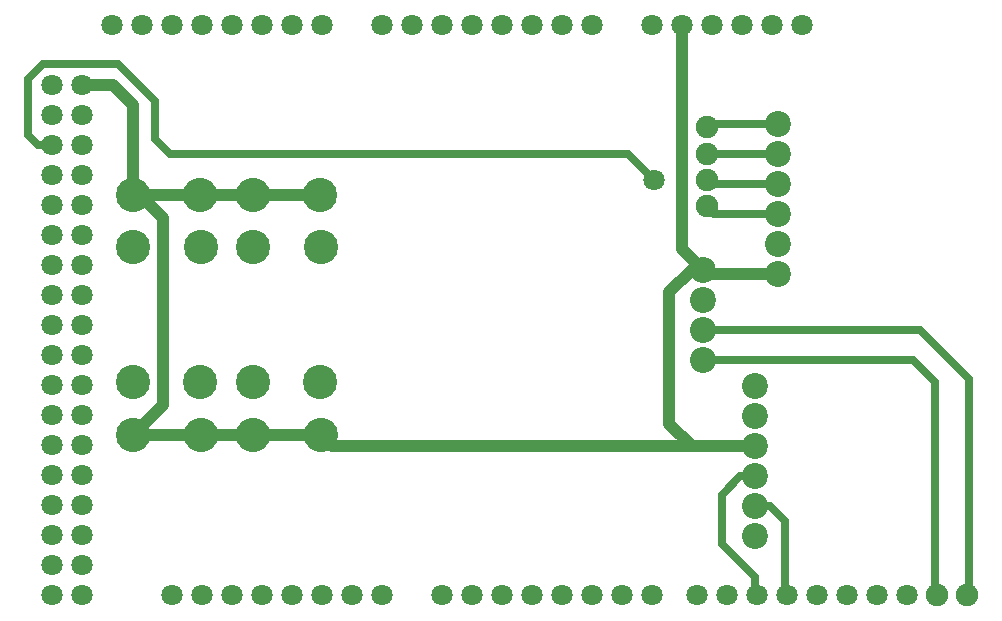
<source format=gbr>
%FSLAX34Y34*%
%MOMM*%
%LNSILK_TOP*%
G71*
G01*
%ADD10C, 1.80*%
%ADD11C, 1.90*%
%ADD12C, 2.20*%
%ADD13C, 2.90*%
%ADD14C, 0.70*%
%ADD15C, 1.00*%
%LPD*%
X34925Y717549D02*
G54D10*
D03*
X60325Y717549D02*
G54D10*
D03*
X34925Y742949D02*
G54D10*
D03*
X60324Y742949D02*
G54D10*
D03*
X34925Y768349D02*
G54D10*
D03*
X60325Y768349D02*
G54D10*
D03*
X34925Y793749D02*
G54D10*
D03*
X60325Y793749D02*
G54D10*
D03*
X34925Y819149D02*
G54D10*
D03*
X60325Y819149D02*
G54D10*
D03*
X34925Y844549D02*
G54D10*
D03*
X60325Y844549D02*
G54D10*
D03*
X34925Y869949D02*
G54D10*
D03*
X60325Y869949D02*
G54D10*
D03*
X34925Y920749D02*
G54D10*
D03*
X60325Y920749D02*
G54D10*
D03*
X34925Y615949D02*
G54D10*
D03*
X60325Y615949D02*
G54D10*
D03*
X34925Y641349D02*
G54D10*
D03*
X60325Y641349D02*
G54D10*
D03*
X34925Y666749D02*
G54D10*
D03*
X60325Y666749D02*
G54D10*
D03*
X34925Y692149D02*
G54D10*
D03*
X60325Y692149D02*
G54D10*
D03*
X34925Y514349D02*
G54D10*
D03*
X60325Y514349D02*
G54D10*
D03*
X34925Y539749D02*
G54D10*
D03*
X60325Y539749D02*
G54D10*
D03*
X34925Y565149D02*
G54D10*
D03*
X60325Y565149D02*
G54D10*
D03*
X34925Y590549D02*
G54D10*
D03*
X60325Y590549D02*
G54D10*
D03*
X238125Y488949D02*
G54D10*
D03*
X263525Y488949D02*
G54D10*
D03*
X288925Y488949D02*
G54D10*
D03*
X314325Y488949D02*
G54D10*
D03*
X136525Y488949D02*
G54D10*
D03*
X161925Y488949D02*
G54D10*
D03*
X187325Y488949D02*
G54D10*
D03*
X212725Y488949D02*
G54D10*
D03*
X187325Y971549D02*
G54D10*
D03*
X212725Y971549D02*
G54D10*
D03*
X238125Y971549D02*
G54D10*
D03*
X263525Y971549D02*
G54D10*
D03*
X85725Y971549D02*
G54D10*
D03*
X111125Y971549D02*
G54D10*
D03*
X136525Y971549D02*
G54D10*
D03*
X161925Y971549D02*
G54D10*
D03*
X466725Y488949D02*
G54D10*
D03*
X492125Y488949D02*
G54D10*
D03*
X517525Y488949D02*
G54D10*
D03*
X542925Y488949D02*
G54D10*
D03*
X365125Y488949D02*
G54D10*
D03*
X390525Y488949D02*
G54D10*
D03*
X415925Y488949D02*
G54D10*
D03*
X441325Y488949D02*
G54D10*
D03*
X682625Y488949D02*
G54D10*
D03*
X708025Y488949D02*
G54D10*
D03*
X733425Y488949D02*
G54D10*
D03*
X758825Y488949D02*
G54D10*
D03*
X581025Y488949D02*
G54D10*
D03*
X606425Y488949D02*
G54D10*
D03*
X631825Y488949D02*
G54D10*
D03*
X657225Y488949D02*
G54D10*
D03*
X415925Y971549D02*
G54D10*
D03*
X441325Y971549D02*
G54D10*
D03*
X466725Y971549D02*
G54D10*
D03*
X492125Y971549D02*
G54D10*
D03*
X314325Y971549D02*
G54D10*
D03*
X339725Y971549D02*
G54D10*
D03*
X365125Y971549D02*
G54D10*
D03*
X390525Y971549D02*
G54D10*
D03*
X644525Y971549D02*
G54D10*
D03*
X669925Y971549D02*
G54D10*
D03*
X542925Y971549D02*
G54D10*
D03*
X568325Y971549D02*
G54D10*
D03*
X593725Y971549D02*
G54D10*
D03*
X619125Y971549D02*
G54D10*
D03*
X34925Y895349D02*
G54D10*
D03*
X60325Y895349D02*
G54D10*
D03*
X34925Y488949D02*
G54D10*
D03*
X60325Y488949D02*
G54D10*
D03*
X784225Y488949D02*
G54D11*
D03*
X809625Y488949D02*
G54D11*
D03*
X586414Y764126D02*
G54D12*
D03*
X586414Y738726D02*
G54D12*
D03*
X586414Y713326D02*
G54D12*
D03*
X586414Y687926D02*
G54D12*
D03*
X262564Y827626D02*
G54D13*
D03*
X262664Y783226D02*
G54D13*
D03*
X205364Y783226D02*
G54D13*
D03*
X205364Y827626D02*
G54D13*
D03*
X262564Y668876D02*
G54D13*
D03*
X262664Y624476D02*
G54D13*
D03*
X205364Y624476D02*
G54D13*
D03*
X205364Y668876D02*
G54D13*
D03*
X160964Y827626D02*
G54D13*
D03*
X161064Y783226D02*
G54D13*
D03*
X103764Y783226D02*
G54D13*
D03*
X103764Y827626D02*
G54D13*
D03*
X160964Y668876D02*
G54D13*
D03*
X161064Y624476D02*
G54D13*
D03*
X103764Y624476D02*
G54D13*
D03*
X103764Y668876D02*
G54D13*
D03*
X630864Y665701D02*
G54D12*
D03*
X630864Y640301D02*
G54D12*
D03*
X630864Y614901D02*
G54D12*
D03*
X630864Y589501D02*
G54D12*
D03*
X630864Y564101D02*
G54D12*
D03*
X630864Y538701D02*
G54D12*
D03*
X649914Y887951D02*
G54D12*
D03*
X649914Y862551D02*
G54D12*
D03*
X649914Y837151D02*
G54D12*
D03*
X649914Y811751D02*
G54D12*
D03*
X649914Y786351D02*
G54D12*
D03*
X649914Y760951D02*
G54D12*
D03*
G54D14*
X586414Y687926D02*
X764214Y687926D01*
X783264Y668876D01*
X783264Y489910D01*
X784225Y488949D01*
G54D14*
X586414Y713326D02*
X770564Y713326D01*
X811839Y672051D01*
X811839Y491164D01*
X809625Y488949D01*
G54D15*
X103764Y827626D02*
X262564Y827626D01*
G54D15*
X103764Y624476D02*
X262664Y624476D01*
G54D15*
X60325Y920749D02*
X86891Y920749D01*
X103814Y903826D01*
X103814Y827676D01*
X103764Y827626D01*
X110164Y827626D01*
X129264Y808526D01*
X129264Y649776D01*
X103764Y624476D01*
G54D15*
X649914Y760951D02*
X589589Y760951D01*
X586414Y764126D01*
G54D15*
X586414Y764126D02*
X576889Y764126D01*
X557839Y745076D01*
X557839Y633951D01*
X576889Y614901D01*
X630864Y614901D01*
G54D15*
X568325Y971549D02*
X568325Y782215D01*
X586414Y764126D01*
X589589Y818101D02*
G54D11*
D03*
X589589Y840331D02*
G54D11*
D03*
X589589Y862551D02*
G54D11*
D03*
X589589Y884781D02*
G54D11*
D03*
G54D14*
X649914Y811751D02*
X595939Y811751D01*
X589589Y818101D01*
G54D14*
X649914Y837151D02*
X592764Y837151D01*
X589589Y840326D01*
G54D14*
X649914Y862551D02*
X589589Y862551D01*
G54D14*
X649914Y887951D02*
X592764Y887951D01*
X589589Y884776D01*
G54D14*
X630864Y564101D02*
X643564Y564101D01*
X656264Y551401D01*
X656264Y489909D01*
X657225Y488949D01*
G54D14*
X630864Y589501D02*
X618164Y589501D01*
X602289Y573626D01*
X602289Y532351D01*
X630864Y503776D01*
X630864Y489909D01*
X631825Y488949D01*
G54D14*
X34925Y869949D02*
X23391Y869949D01*
X14914Y878426D01*
X14914Y926051D01*
X27614Y938751D01*
X91114Y938751D01*
X122864Y907001D01*
X122864Y875251D01*
X135564Y862551D01*
X522914Y862551D01*
X545139Y840326D01*
X545139Y840326D02*
G54D10*
D03*
G54D15*
X630864Y614901D02*
X272239Y614901D01*
X262664Y624476D01*
M02*

</source>
